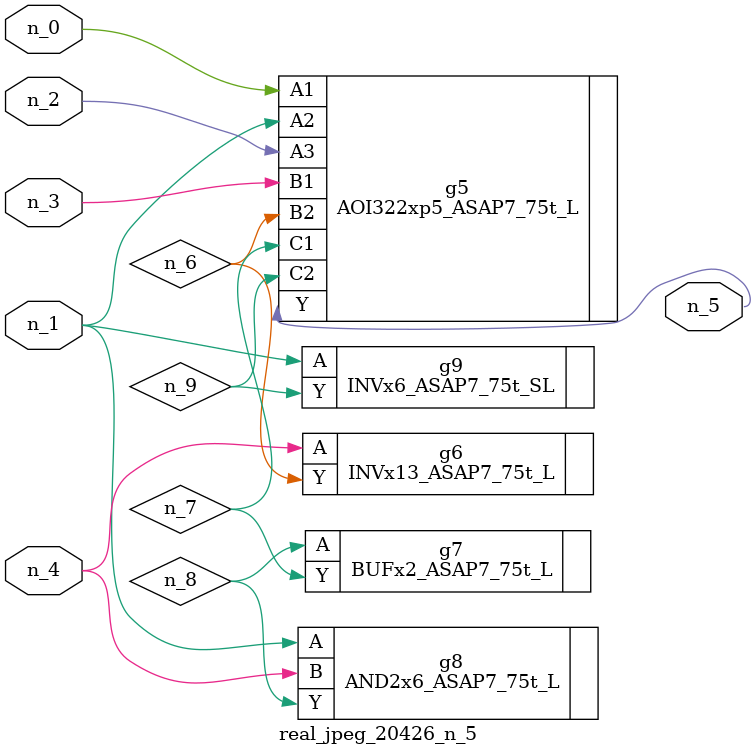
<source format=v>
module real_jpeg_20426_n_5 (n_4, n_0, n_1, n_2, n_3, n_5);

input n_4;
input n_0;
input n_1;
input n_2;
input n_3;

output n_5;

wire n_8;
wire n_6;
wire n_7;
wire n_9;

AOI322xp5_ASAP7_75t_L g5 ( 
.A1(n_0),
.A2(n_1),
.A3(n_2),
.B1(n_3),
.B2(n_6),
.C1(n_7),
.C2(n_9),
.Y(n_5)
);

AND2x6_ASAP7_75t_L g8 ( 
.A(n_1),
.B(n_4),
.Y(n_8)
);

INVx6_ASAP7_75t_SL g9 ( 
.A(n_1),
.Y(n_9)
);

INVx13_ASAP7_75t_L g6 ( 
.A(n_4),
.Y(n_6)
);

BUFx2_ASAP7_75t_L g7 ( 
.A(n_8),
.Y(n_7)
);


endmodule
</source>
